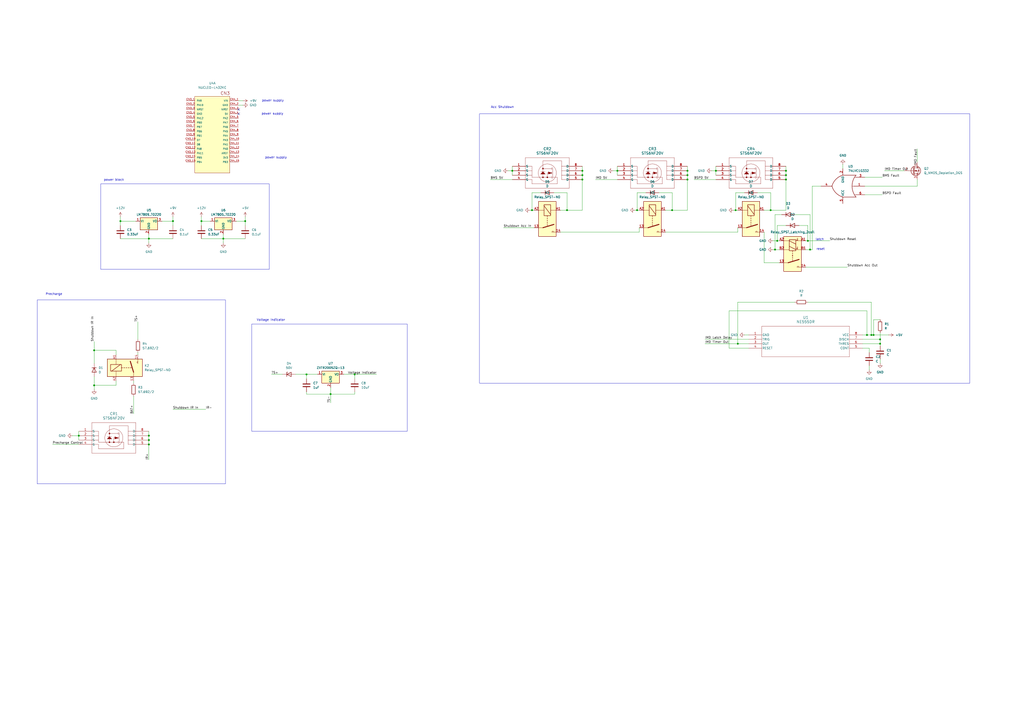
<source format=kicad_sch>
(kicad_sch (version 20231120) (generator "eeschema") (generator_version "8.0")
  (paper "A2")
  (lib_symbols
    (symbol "1FS_2_Global_Symbol_Library:STS6NF20V" (pin_names (offset 0.254))
      (property "Reference" "CR" (at 20.32 10.16 0))
      (property "Value" "STS6NF20V" (at 20.32 7.62 0))
      (symbol "STS6NF20V_0_1"
        (polyline (pts (xy 7.62 -12.7) (xy 33.02 -12.7)) (stroke (width 0.127)))
        (polyline (pts (xy 7.62 -5.08) (xy 11.43 -5.08)) (stroke (width 0.127)))
        (polyline (pts (xy 7.62 -2.54) (xy 11.43 -2.54)) (stroke (width 0.127)))
        (polyline (pts (xy 7.62 0) (xy 11.43 0)) (stroke (width 0.127)))
        (polyline (pts (xy 7.62 5.08) (xy 7.62 -12.7)) (stroke (width 0.127)))
        (polyline (pts (xy 11.43 -10.16) (xy 11.43 -7.62)) (stroke (width 0.127)))
        (polyline (pts (xy 11.43 -7.62) (xy 7.62 -7.62)) (stroke (width 0.127)))
        (polyline (pts (xy 11.43 -6.35) (xy 14.605 -6.35)) (stroke (width 0.127)))
        (polyline (pts (xy 11.43 0) (xy 11.43 -6.35)) (stroke (width 0.127)))
        (polyline (pts (xy 16.51 -4.445) (xy 17.78 -3.175)) (stroke (width 0.127)))
        (polyline (pts (xy 16.51 -4.445) (xy 19.05 -4.445)) (stroke (width 0.127)))
        (polyline (pts (xy 16.51 -3.175) (xy 19.05 -3.175)) (stroke (width 0.127)))
        (polyline (pts (xy 17.78 -6.35) (xy 17.78 3.175)) (stroke (width 0.127)))
        (polyline (pts (xy 17.78 3.175) (xy 28.575 3.175)) (stroke (width 0.127)))
        (polyline (pts (xy 19.05 -4.445) (xy 17.78 -3.175)) (stroke (width 0.127)))
        (polyline (pts (xy 20.32 -3.81) (xy 20.32 -6.35)) (stroke (width 0.127)))
        (polyline (pts (xy 20.32 -3.81) (xy 22.86 -3.81)) (stroke (width 0.127)))
        (polyline (pts (xy 20.955 -4.445) (xy 22.86 -3.81)) (stroke (width 0.127)))
        (polyline (pts (xy 20.955 -3.175) (xy 20.955 -4.445)) (stroke (width 0.127)))
        (polyline (pts (xy 22.86 -6.985) (xy 22.86 -5.715)) (stroke (width 0.127)))
        (polyline (pts (xy 22.86 -6.35) (xy 14.605 -6.35)) (stroke (width 0.127)))
        (polyline (pts (xy 22.86 -4.445) (xy 22.86 -3.175)) (stroke (width 0.127)))
        (polyline (pts (xy 22.86 -3.81) (xy 20.955 -3.175)) (stroke (width 0.127)))
        (polyline (pts (xy 22.86 -1.905) (xy 22.86 -0.635)) (stroke (width 0.127)))
        (polyline (pts (xy 22.86 -1.27) (xy 17.78 -1.27)) (stroke (width 0.127)))
        (polyline (pts (xy 23.495 -6.35) (xy 26.035 -6.35)) (stroke (width 0.127)))
        (polyline (pts (xy 23.495 -0.635) (xy 23.495 -6.985)) (stroke (width 0.127)))
        (polyline (pts (xy 26.035 -10.16) (xy 11.43 -10.16)) (stroke (width 0.127)))
        (polyline (pts (xy 26.035 -6.35) (xy 26.035 -10.16)) (stroke (width 0.127)))
        (polyline (pts (xy 28.575 -7.62) (xy 33.02 -7.62)) (stroke (width 0.127)))
        (polyline (pts (xy 28.575 3.175) (xy 28.575 -7.62)) (stroke (width 0.127)))
        (polyline (pts (xy 33.02 -12.7) (xy 33.02 5.08)) (stroke (width 0.127)))
        (polyline (pts (xy 33.02 -5.08) (xy 28.575 -5.08)) (stroke (width 0.127)))
        (polyline (pts (xy 33.02 -2.54) (xy 28.575 -2.54)) (stroke (width 0.127)))
        (polyline (pts (xy 33.02 0) (xy 28.575 0)) (stroke (width 0.127)))
        (polyline (pts (xy 33.02 5.08) (xy 7.62 5.08)) (stroke (width 0.127)))
        (polyline (pts (xy 16.51 -4.445) (xy 17.78 -3.175) (xy 19.05 -4.445)) (fill (type outline)))
        (polyline (pts (xy 20.955 -3.175) (xy 20.955 -4.445) (xy 22.86 -3.81)) (fill (type outline)))
        (circle (center 17.78 -6.35) (radius 0.254) (stroke (width 0.381)))
        (circle (center 17.78 -1.27) (radius 0.254) (stroke (width 0.381)))
        (circle (center 20.32 -6.35) (radius 0.254) (stroke (width 0.381)))
        (circle (center 20.32 -3.81) (radius 5.2324) (stroke (width 0.127)))
        (pin unspecified line (at 0 0 0) (length 7.62) (name "S") (number "1"))
        (pin unspecified line (at 0 -2.54 0) (length 7.62) (name "S") (number "2"))
        (pin unspecified line (at 0 -5.08 0) (length 7.62) (name "S") (number "3"))
        (pin unspecified line (at 0 -7.62 0) (length 7.62) (name "G") (number "4"))
        (pin unspecified line (at 40.64 -7.62 180) (length 7.62) (name "D") (number "5"))
        (pin unspecified line (at 40.64 -5.08 180) (length 7.62) (name "D") (number "6"))
        (pin unspecified line (at 40.64 -2.54 180) (length 7.62) (name "D") (number "7"))
        (pin unspecified line (at 40.64 0 180) (length 7.62) (name "D") (number "8"))
      )
    )
    (symbol "1_ACC_BOARD:NUCLEO-L432KC" (pin_names (offset 1.016))
      (property "Reference" "U" (at 10.16 21.082 0))
      (property "Value" "NUCLEO-L432KC" (at -7.62 -25.4 0))
      (symbol "NUCLEO-L432KC_1_0"
        (rectangle (start -10.16 17.78) (end 10.16 -26.67) (stroke (width 0.1524)) (fill (type background)))
        (text "CN3" (at 10.16 18.542 0) (effects (font (size 1.778 1.778)) (justify right bottom)))
        (pin bidirectional line (at -15.24 15.24 0) (length 5.08) (name "PA9") (number "CN3_1"))
        (pin bidirectional line (at -15.24 -12.7 0) (length 5.08) (name "PA8") (number "CN3_12"))
        (pin bidirectional line (at -15.24 -15.24 0) (length 5.08) (name "PA11") (number "CN3_13"))
        (pin bidirectional line (at -15.24 -17.78 0) (length 5.08) (name "PB5") (number "CN3_14"))
        (pin bidirectional line (at -15.24 -20.32 0) (length 5.08) (name "PB4") (number "CN3_15"))
        (pin bidirectional line (at -15.24 12.7 0) (length 5.08) (name "PA10") (number "CN3_2"))
        (pin bidirectional line (at -15.24 5.08 0) (length 5.08) (name "PA12") (number "CN3_5"))
        (pin bidirectional line (at -15.24 2.54 0) (length 5.08) (name "PB0") (number "CN3_6"))
        (pin bidirectional line (at -15.24 0 0) (length 5.08) (name "PB7") (number "CN3_7"))
        (pin bidirectional line (at -15.24 -2.54 0) (length 5.08) (name "PB6") (number "CN3_8"))
        (pin bidirectional line (at -15.24 -5.08 0) (length 5.08) (name "PB1") (number "CN3_9"))
      )
      (symbol "NUCLEO-L432KC_1_1"
        (pin bidirectional line (at -15.24 -7.62 0) (length 5.08) (name "D7") (number "CN3_10"))
        (pin bidirectional line (at -15.24 -10.16 0) (length 5.08) (name "D8") (number "CN3_11"))
        (pin bidirectional line (at -15.24 10.16 0) (length 5.08) (name "NRST") (number "CN3_3"))
        (pin power_in line (at -15.24 7.62 0) (length 5.08) (name "GND") (number "CN3_4"))
        (pin power_in line (at 15.24 15.24 180) (length 5.08) (name "VIN") (number "CN4_1"))
        (pin bidirectional line (at 15.24 -7.62 180) (length 5.08) (name "PA3") (number "CN4_10"))
        (pin bidirectional line (at 15.24 -10.16 180) (length 5.08) (name "PA1") (number "CN4_11"))
        (pin bidirectional line (at 15.24 -12.7 180) (length 5.08) (name "PA0") (number "CN4_12"))
        (pin bidirectional line (at 15.24 -15.24 180) (length 5.08) (name "AREF") (number "CN4_13"))
        (pin power_out line (at 15.24 -17.78 180) (length 5.08) (name "3V3") (number "CN4_14"))
        (pin bidirectional line (at 15.24 -20.32 180) (length 5.08) (name "PB3") (number "CN4_15"))
        (pin power_in line (at 15.24 12.7 180) (length 5.08) (name "GND") (number "CN4_2"))
        (pin bidirectional line (at 15.24 10.16 180) (length 5.08) (name "NRST") (number "CN4_3"))
        (pin power_out line (at 15.24 7.62 180) (length 5.08) (name "5V") (number "CN4_4"))
        (pin bidirectional line (at 15.24 5.08 180) (length 5.08) (name "PA2") (number "CN4_5"))
        (pin bidirectional line (at 15.24 2.54 180) (length 5.08) (name "PA7") (number "CN4_6"))
        (pin bidirectional line (at 15.24 0 180) (length 5.08) (name "PA6") (number "CN4_7"))
        (pin bidirectional line (at 15.24 -2.54 180) (length 5.08) (name "PA5") (number "CN4_8"))
        (pin bidirectional line (at 15.24 -5.08 180) (length 5.08) (name "PA4") (number "CN4_9"))
      )
      (symbol "NUCLEO-L432KC_2_0"
        (rectangle (start -10.16 -17.78) (end 10.16 17.78) (stroke (width 0.1524)) (fill (type background)))
        (text "CN4" (at -10.16 18.542 0) (effects (font (size 1.778 1.778)) (justify left bottom)))
        (pin input line (at -15.24 7.62 0) (length 5.08) (name "VIN") (number "CN4_1"))
        (pin bidirectional line (at -15.24 -10.16 0) (length 5.08) (name "PA3") (number "CN4_10"))
        (pin bidirectional line (at -15.24 -5.08 0) (length 5.08) (name "PA1") (number "CN4_11"))
        (pin bidirectional line (at -15.24 -2.54 0) (length 5.08) (name "PA0") (number "CN4_12"))
        (pin bidirectional line (at 15.24 7.62 180) (length 5.08) (name "AREF") (number "CN4_13"))
        (pin power_in line (at 15.24 12.7 180) (length 5.08) (name "+3V3") (number "CN4_14"))
        (pin bidirectional line (at 15.24 2.54 180) (length 5.08) (name "PB3") (number "CN4_15"))
        (pin power_in line (at 15.24 -15.24 180) (length 5.08) (name "GND_CN4") (number "CN4_2"))
        (pin bidirectional line (at -15.24 2.54 0) (length 5.08) (name "NRST_CN4") (number "CN4_3"))
        (pin power_in line (at 15.24 15.24 180) (length 5.08) (name "+5V") (number "CN4_4"))
        (pin bidirectional line (at -15.24 -7.62 0) (length 5.08) (name "PA2") (number "CN4_5"))
        (pin bidirectional line (at 15.24 -10.16 180) (length 5.08) (name "PA7") (number "CN4_6"))
        (pin bidirectional line (at 15.24 -7.62 180) (length 5.08) (name "PA6") (number "CN4_7"))
        (pin bidirectional line (at 15.24 -5.08 180) (length 5.08) (name "PA5") (number "CN4_8"))
        (pin bidirectional line (at 15.24 -2.54 180) (length 5.08) (name "PA4") (number "CN4_9"))
      )
      (symbol "NUCLEO-L432KC_2_1"
        (pin bidirectional line (at 17.78 6.35 180) (length 5.08) (name "PA2") (number "-UB"))
      )
    )
    (symbol "74xGxx:74LVC1G332"
      (property "Reference" "U" (at -7.112 7.366 0))
      (property "Value" "74LVC1G332" (at 6.096 -7.62 0))
      (symbol "74LVC1G332_0_1"
        (arc (start -7.62 -6.35) (mid -5.321 0) (end -7.62 6.35) (stroke (width 0.254)))
        (arc (start 0 -6.35) (mid 3.9978 -3.9978) (end 6.35 0) (stroke (width 0.254)))
        (polyline (pts (xy -7.62 -5.08) (xy -6.858 -5.08)))
        (polyline (pts (xy -7.62 5.08) (xy -6.858 5.08)))
        (polyline (pts (xy -6.35 0) (xy -5.334 0)))
        (polyline (pts (xy 0 -6.35) (xy -7.62 -6.35)) (stroke (width 0.254)) (fill (type background)))
        (polyline (pts (xy 0 6.35) (xy -7.62 6.35)) (stroke (width 0.254)) (fill (type background)))
        (arc (start 6.35 0) (mid 3.9978 3.9978) (end 0 6.35) (stroke (width 0.254)))
      )
      (symbol "74LVC1G332_1_1"
        (pin input line (at -12.7 0 0) (length 6.35) (name "~") (number "1"))
        (pin power_in line (at 0 -10.16 90) (length 3.81) (name "GND") (number "2"))
        (pin input line (at -12.7 -5.08 0) (length 5.08) (name "~") (number "3"))
        (pin output line (at 12.7 0 180) (length 6.35) (name "~") (number "4"))
        (pin power_in line (at 0 10.16 270) (length 3.81) (name "VCC") (number "5"))
        (pin input line (at -12.7 5.08 0) (length 5.08) (name "~") (number "6"))
      )
    )
    (symbol "Device:C" (pin_numbers hide) (pin_names (offset 0.254))
      (property "Reference" "C" (at 0.635 2.54 0))
      (property "Value" "C" (at 0.635 -2.54 0))
      (symbol "C_0_1"
        (polyline (pts (xy -2.032 -0.762) (xy 2.032 -0.762)) (stroke (width 0.508)))
        (polyline (pts (xy -2.032 0.762) (xy 2.032 0.762)) (stroke (width 0.508)))
      )
      (symbol "C_1_1"
        (pin passive line (at 0 3.81 270) (length 2.794) (name "~") (number "1"))
        (pin passive line (at 0 -3.81 90) (length 2.794) (name "~") (number "2"))
      )
    )
    (symbol "Device:D" (pin_numbers hide) (pin_names (offset 1.016) hide)
      (property "Reference" "D" (at 0 2.54 0))
      (property "Value" "D" (at 0 -2.54 0))
      (symbol "D_0_1"
        (polyline (pts (xy -1.27 1.27) (xy -1.27 -1.27)) (stroke (width 0.254)))
        (polyline (pts (xy 1.27 0) (xy -1.27 0)))
        (polyline (pts (xy 1.27 1.27) (xy 1.27 -1.27) (xy -1.27 0) (xy 1.27 1.27)) (stroke (width 0.254)))
      )
      (symbol "D_1_1"
        (pin passive line (at -3.81 0 0) (length 2.54) (name "K") (number "1"))
        (pin passive line (at 3.81 0 180) (length 2.54) (name "A") (number "2"))
      )
    )
    (symbol "Device:D_Zener" (pin_numbers hide) (pin_names (offset 1.016) hide)
      (property "Reference" "D" (at 0 2.54 0))
      (property "Value" "D_Zener" (at 0 -2.54 0))
      (symbol "D_Zener_0_1"
        (polyline (pts (xy 1.27 0) (xy -1.27 0)))
        (polyline (pts (xy -1.27 -1.27) (xy -1.27 1.27) (xy -0.762 1.27)) (stroke (width 0.254)))
        (polyline (pts (xy 1.27 -1.27) (xy 1.27 1.27) (xy -1.27 0) (xy 1.27 -1.27)) (stroke (width 0.254)))
      )
      (symbol "D_Zener_1_1"
        (pin passive line (at -3.81 0 0) (length 2.54) (name "K") (number "1"))
        (pin passive line (at 3.81 0 180) (length 2.54) (name "A") (number "2"))
      )
    )
    (symbol "Device:Q_NMOS_Depletion_DGS" (pin_names (offset 0) hide)
      (property "Reference" "Q" (at 5.08 1.905 0))
      (property "Value" "Q_NMOS_Depletion_DGS" (at 5.08 0 0))
      (symbol "Q_NMOS_Depletion_DGS_0_1"
        (polyline (pts (xy 0.254 0) (xy -2.54 0)))
        (polyline (pts (xy 0.254 1.905) (xy 0.254 -1.905)) (stroke (width 0.254)))
        (polyline (pts (xy 0.762 2.286) (xy 0.762 -2.286)) (stroke (width 0.254)))
        (polyline (pts (xy 2.54 2.54) (xy 2.54 1.778)))
        (polyline (pts (xy 2.54 -2.54) (xy 2.54 0) (xy 0.762 0)))
        (polyline (pts (xy 0.762 -1.778) (xy 3.302 -1.778) (xy 3.302 1.778) (xy 0.762 1.778)))
        (polyline (pts (xy 1.016 0) (xy 2.032 0.381) (xy 2.032 -0.381) (xy 1.016 0)) (fill (type outline)))
        (polyline (pts (xy 2.794 0.508) (xy 2.921 0.381) (xy 3.683 0.381) (xy 3.81 0.254)))
        (polyline (pts (xy 3.302 0.381) (xy 2.921 -0.254) (xy 3.683 -0.254) (xy 3.302 0.381)))
        (circle (center 1.651 0) (radius 2.794) (stroke (width 0.254)))
        (circle (center 2.54 -1.778) (radius 0.254) (fill (type outline)))
        (circle (center 2.54 1.778) (radius 0.254) (fill (type outline)))
      )
      (symbol "Q_NMOS_Depletion_DGS_1_1"
        (pin passive line (at 2.54 5.08 270) (length 2.54) (name "D") (number "1"))
        (pin input line (at -5.08 0 0) (length 2.54) (name "G") (number "2"))
        (pin passive line (at 2.54 -5.08 90) (length 2.54) (name "S") (number "3"))
      )
    )
    (symbol "Device:R" (pin_numbers hide) (pin_names (offset 0))
      (property "Reference" "R" (at 2.032 0 90))
      (property "Value" "R" (at 0 0 90))
      (symbol "R_0_1"
        (rectangle (start -1.016 -2.54) (end 1.016 2.54) (stroke (width 0.254)))
      )
      (symbol "R_1_1"
        (pin passive line (at 0 3.81 270) (length 1.27) (name "~") (number "1"))
        (pin passive line (at 0 -3.81 90) (length 1.27) (name "~") (number "2"))
      )
    )
    (symbol "New_Library:NE555DR" (pin_names (offset 0.254))
      (property "Reference" "U" (at 33.02 10.16 0))
      (property "Value" "NE555DR" (at 33.02 7.62 0))
      (symbol "NE555DR_0_1"
        (polyline (pts (xy 7.62 -12.7) (xy 58.42 -12.7)) (stroke (width 0.127)))
        (polyline (pts (xy 7.62 5.08) (xy 7.62 -12.7)) (stroke (width 0.127)))
        (polyline (pts (xy 58.42 -12.7) (xy 58.42 5.08)) (stroke (width 0.127)))
        (polyline (pts (xy 58.42 5.08) (xy 7.62 5.08)) (stroke (width 0.127)))
        (pin power_in line (at 0 0 0) (length 7.62) (name "GND") (number "1"))
        (pin input line (at 0 -2.54 0) (length 7.62) (name "TRIG") (number "2"))
        (pin output line (at 0 -5.08 0) (length 7.62) (name "OUT") (number "3"))
        (pin input line (at 0 -7.62 0) (length 7.62) (name "RESET") (number "4"))
        (pin unspecified line (at 66.04 -7.62 180) (length 7.62) (name "CONT") (number "5"))
        (pin input line (at 66.04 -5.08 180) (length 7.62) (name "THRES") (number "6"))
        (pin unspecified line (at 66.04 -2.54 180) (length 7.62) (name "DISCH") (number "7"))
        (pin power_in line (at 66.04 0 180) (length 7.62) (name "VCC") (number "8"))
      )
    )
    (symbol "Regulator_Linear:LM7809_TO220" (pin_names (offset 0.254))
      (property "Reference" "U" (at -3.81 3.175 0))
      (property "Value" "LM7809_TO220" (at 0 3.175 0))
      (symbol "LM7809_TO220_0_1"
        (rectangle (start -5.08 1.905) (end 5.08 -5.08) (stroke (width 0.254)) (fill (type background)))
      )
      (symbol "LM7809_TO220_1_1"
        (pin power_in line (at -7.62 0 0) (length 2.54) (name "VI") (number "1"))
        (pin power_in line (at 0 -7.62 90) (length 2.54) (name "GND") (number "2"))
        (pin power_out line (at 7.62 0 180) (length 2.54) (name "VO") (number "3"))
      )
    )
    (symbol "Relay:Relay_SPST-NO"
      (property "Reference" "K" (at 11.43 3.81 0))
      (property "Value" "Relay_SPST-NO" (at 11.43 1.27 0))
      (symbol "Relay_SPST-NO_0_0"
        (polyline (pts (xy 7.62 5.08) (xy 7.62 2.54) (xy 6.985 3.175) (xy 7.62 3.81)))
      )
      (symbol "Relay_SPST-NO_0_1"
        (rectangle (start -10.16 5.08) (end 10.16 -5.08) (stroke (width 0.254)) (fill (type background)))
        (rectangle (start -8.255 1.905) (end -1.905 -1.905) (stroke (width 0.254)))
        (polyline (pts (xy -7.62 -1.905) (xy -2.54 1.905)) (stroke (width 0.254)))
        (polyline (pts (xy -5.08 -5.08) (xy -5.08 -1.905)))
        (polyline (pts (xy -5.08 5.08) (xy -5.08 1.905)))
        (polyline (pts (xy -1.905 0) (xy -1.27 0)) (stroke (width 0.254)))
        (polyline (pts (xy -0.635 0) (xy 0 0)) (stroke (width 0.254)))
        (polyline (pts (xy 0.635 0) (xy 1.27 0)) (stroke (width 0.254)))
        (polyline (pts (xy 1.905 0) (xy 2.54 0)) (stroke (width 0.254)))
        (polyline (pts (xy 3.175 0) (xy 3.81 0)) (stroke (width 0.254)))
        (polyline (pts (xy 5.08 -2.54) (xy 3.175 3.81)) (stroke (width 0.508)))
        (polyline (pts (xy 5.08 -2.54) (xy 5.08 -5.08)))
      )
      (symbol "Relay_SPST-NO_1_1"
        (pin passive line (at 5.08 -7.62 90) (length 2.54) (name "~") (number "13"))
        (pin passive line (at 7.62 7.62 270) (length 2.54) (name "~") (number "14"))
        (pin passive line (at -5.08 7.62 270) (length 2.54) (name "~") (number "A1"))
        (pin passive line (at -5.08 -7.62 90) (length 2.54) (name "~") (number "A2"))
      )
    )
    (symbol "Relay:Relay_SPST_Latching_2coil"
      (property "Reference" "K" (at 12.065 3.81 0))
      (property "Value" "Relay_SPST_Latching_2coil" (at 11.43 1.27 0))
      (symbol "Relay_SPST_Latching_2coil_0_1"
        (polyline (pts (xy -7.62 -5.08) (xy -7.62 -1.905)))
        (polyline (pts (xy -7.62 5.08) (xy -7.62 1.905)))
        (polyline (pts (xy -2.54 -5.08) (xy -2.54 -1.905)))
        (polyline (pts (xy -2.54 5.08) (xy -2.54 1.905)))
      )
      (symbol "Relay_SPST_Latching_2coil_1_0"
        (text "R+" (at -3.556 2.794 0) (effects (font (size 0.762 0.762))))
        (text "S+" (at -8.636 2.794 0) (effects (font (size 0.762 0.762))))
      )
      (symbol "Relay_SPST_Latching_2coil_1_1"
        (rectangle (start -10.16 5.08) (end 10.16 -5.08) (stroke (width 0.254)) (fill (type background)))
        (rectangle (start -8.255 1.905) (end -1.905 -1.905) (stroke (width 0.254)))
        (polyline (pts (xy -7.62 -1.905) (xy -5.715 1.905)) (stroke (width 0.254)))
        (polyline (pts (xy -4.445 -1.905) (xy -2.54 1.905)) (stroke (width 0.254)))
        (polyline (pts (xy -1.905 0) (xy -1.27 0)) (stroke (width 0.254)))
        (polyline (pts (xy -0.635 0) (xy 0 0)) (stroke (width 0.254)))
        (polyline (pts (xy 0.635 0) (xy 1.27 0)) (stroke (width 0.254)))
        (polyline (pts (xy 0.635 0) (xy 1.27 0)) (stroke (width 0.254)))
        (polyline (pts (xy 1.905 0) (xy 2.54 0)) (stroke (width 0.254)))
        (polyline (pts (xy 3.175 0) (xy 3.81 0)) (stroke (width 0.254)))
        (polyline (pts (xy 5.08 -2.54) (xy 3.175 3.81)) (stroke (width 0.508)))
        (polyline (pts (xy 5.08 -2.54) (xy 5.08 -5.08)))
        (polyline (pts (xy 7.62 3.81) (xy 7.62 5.08)))
        (polyline (pts (xy 7.62 3.81) (xy 7.62 2.54) (xy 6.985 3.175) (xy 7.62 3.81)))
        (pin passive line (at 5.08 -7.62 90) (length 2.54) (name "~") (number "13"))
        (pin passive line (at 7.62 7.62 270) (length 2.54) (name "~") (number "14"))
        (pin passive line (at -7.62 7.62 270) (length 2.54) (name "~") (number "A1"))
        (pin passive line (at -7.62 -7.62 90) (length 2.54) (name "~") (number "A2"))
        (pin passive line (at -2.54 7.62 270) (length 2.54) (name "~") (number "B1"))
        (pin passive line (at -2.54 -7.62 90) (length 2.54) (name "~") (number "B2"))
      )
    )
    (symbol "Relay_SPST-NO_1"
      (property "Reference" "K" (at 11.43 3.81 0))
      (property "Value" "Relay_SPST-NO" (at 11.43 1.27 0))
      (symbol "Relay_SPST-NO_1_0_0"
        (polyline (pts (xy 7.62 5.08) (xy 7.62 2.54) (xy 6.985 3.175) (xy 7.62 3.81)))
      )
      (symbol "Relay_SPST-NO_1_0_1"
        (rectangle (start -10.16 5.08) (end 10.16 -5.08) (stroke (width 0.254)) (fill (type background)))
        (rectangle (start -8.255 1.905) (end -1.905 -1.905) (stroke (width 0.254)))
        (polyline (pts (xy -7.62 -1.905) (xy -2.54 1.905)) (stroke (width 0.254)))
        (polyline (pts (xy -5.08 -5.08) (xy -5.08 -1.905)))
        (polyline (pts (xy -5.08 5.08) (xy -5.08 1.905)))
        (polyline (pts (xy -1.905 0) (xy -1.27 0)) (stroke (width 0.254)))
        (polyline (pts (xy -0.635 0) (xy 0 0)) (stroke (width 0.254)))
        (polyline (pts (xy 0.635 0) (xy 1.27 0)) (stroke (width 0.254)))
        (polyline (pts (xy 1.905 0) (xy 2.54 0)) (stroke (width 0.254)))
        (polyline (pts (xy 3.175 0) (xy 3.81 0)) (stroke (width 0.254)))
        (polyline (pts (xy 5.08 -2.54) (xy 3.175 3.81)) (stroke (width 0.508)))
        (polyline (pts (xy 5.08 -2.54) (xy 5.08 -5.08)))
      )
      (symbol "Relay_SPST-NO_1_1_1"
        (pin passive line (at 5.08 -7.62 90) (length 2.54) (name "~") (number "13"))
        (pin passive line (at 7.62 7.62 270) (length 2.54) (name "~") (number "14"))
        (pin passive line (at -5.08 7.62 270) (length 2.54) (name "~") (number "A1"))
        (pin passive line (at -5.08 -7.62 90) (length 2.54) (name "~") (number "A2"))
      )
    )
    (symbol "power:+12V" (power) (pin_numbers hide) (pin_names (offset 0) hide)
      (property "Value" "+12V" (at 0 3.556 0))
      (symbol "+12V_0_1"
        (polyline (pts (xy -0.762 1.27) (xy 0 2.54)))
        (polyline (pts (xy 0 0) (xy 0 2.54)))
        (polyline (pts (xy 0 2.54) (xy 0.762 1.27)))
      )
      (symbol "+12V_1_1"
        (pin power_in line (at 0 0 90) (length 0) (name "~") (number "1"))
      )
    )
    (symbol "power:+5V" (power) (pin_numbers hide) (pin_names (offset 0) hide)
      (property "Value" "+5V" (at 0 3.556 0))
      (symbol "+5V_0_1"
        (polyline (pts (xy -0.762 1.27) (xy 0 2.54)))
        (polyline (pts (xy 0 0) (xy 0 2.54)))
        (polyline (pts (xy 0 2.54) (xy 0.762 1.27)))
      )
      (symbol "+5V_1_1"
        (pin power_in line (at 0 0 90) (length 0) (name "~") (number "1"))
      )
    )
    (symbol "power:+9V" (power) (pin_numbers hide) (pin_names (offset 0) hide)
      (property "Value" "+9V" (at 0 3.556 0))
      (symbol "+9V_0_1"
        (polyline (pts (xy -0.762 1.27) (xy 0 2.54)))
        (polyline (pts (xy 0 0) (xy 0 2.54)))
        (polyline (pts (xy 0 2.54) (xy 0.762 1.27)))
      )
      (symbol "+9V_1_1"
        (pin power_in line (at 0 0 90) (length 0) (name "~") (number "1"))
      )
    )
    (symbol "power:GND" (power) (pin_numbers hide) (pin_names (offset 0) hide)
      (property "Value" "GND" (at 0 -3.81 0))
      (symbol "GND_0_1"
        (polyline (pts (xy 0 0) (xy 0 -1.27) (xy 1.27 -1.27) (xy 0 -2.54) (xy -1.27 -1.27) (xy 0 -1.27)))
      )
      (symbol "GND_1_1"
        (pin power_in line (at 0 0 270) (length 0) (name "~") (number "1"))
      )
    )
  )
  (junction (at 205.74 217.17))
  (junction (at 447.04 121.92))
  (junction (at 369.57 121.92))
  (junction (at 86.36 252.73))
  (junction (at 337.82 104.14))
  (junction (at 129.54 138.43))
  (junction (at 455.93 101.6))
  (junction (at 116.84 128.27))
  (junction (at 455.93 99.06))
  (junction (at 45.72 252.73))
  (junction (at 510.54 196.85))
  (junction (at 415.29 99.06))
  (junction (at 398.78 101.6))
  (junction (at 389.89 121.92))
  (junction (at 69.85 128.27))
  (junction (at 86.36 255.27))
  (junction (at 455.93 104.14))
  (junction (at 469.9 144.78))
  (junction (at 510.54 199.39))
  (junction (at 191.77 228.6))
  (junction (at 398.78 104.14))
  (junction (at 308.61 121.92))
  (junction (at 297.18 99.06))
  (junction (at 54.61 223.52))
  (junction (at 426.72 121.92))
  (junction (at 54.61 203.2))
  (junction (at 468.63 139.7))
  (junction (at 86.36 138.43))
  (junction (at 450.85 139.7))
  (junction (at 358.14 99.06))
  (junction (at 100.33 128.27))
  (junction (at 449.58 144.78))
  (junction (at 328.93 121.92))
  (junction (at 506.73 194.31))
  (junction (at 337.82 99.06))
  (junction (at 337.82 101.6))
  (junction (at 427.99 199.39))
  (junction (at 502.92 194.31))
  (junction (at 86.36 257.81))
  (junction (at 398.78 99.06))
  (junction (at 142.24 128.27))
  (junction (at 505.46 194.31))
  (junction (at 177.8 217.17))
  (no_connect (at 138.43 63.5))
  (no_connect (at 138.43 66.04))
  (wire (pts (xy 157.48 217.17) (xy 163.83 217.17)))
  (wire (pts (xy 455.93 101.6) (xy 455.93 104.14)))
  (wire (pts (xy 501.65 102.87) (xy 511.81 102.87)))
  (wire (pts (xy 205.74 217.17) (xy 218.44 217.17)))
  (wire (pts (xy 471.17 107.95) (xy 476.25 107.95)))
  (wire (pts (xy 455.93 130.81) (xy 450.85 130.81)))
  (wire (pts (xy 398.78 99.06) (xy 398.78 101.6)))
  (wire (pts (xy 427.99 175.26) (xy 427.99 199.39)))
  (wire (pts (xy 447.04 121.92) (xy 443.23 121.92)))
  (wire (pts (xy 308.61 111.76) (xy 308.61 121.92)))
  (wire (pts (xy 398.78 121.92) (xy 389.89 121.92)))
  (wire (pts (xy 297.18 96.52) (xy 297.18 99.06)))
  (wire (pts (xy 86.36 138.43) (xy 86.36 140.97)))
  (wire (pts (xy 30.48 257.81) (xy 45.72 257.81)))
  (wire (pts (xy 439.42 111.76) (xy 447.04 111.76)))
  (wire (pts (xy 297.18 99.06) (xy 297.18 101.6)))
  (wire (pts (xy 54.61 223.52) (xy 54.61 226.06)))
  (wire (pts (xy 386.08 134.62) (xy 427.99 134.62)))
  (wire (pts (xy 370.84 134.62) (xy 370.84 132.08)))
  (wire (pts (xy 461.01 175.26) (xy 427.99 175.26)))
  (wire (pts (xy 408.94 196.85) (xy 434.34 196.85)))
  (wire (pts (xy 532.13 107.95) (xy 501.65 107.95)))
  (wire (pts (xy 67.31 203.2) (xy 54.61 203.2)))
  (wire (pts (xy 471.17 107.95) (xy 471.17 144.78)))
  (wire (pts (xy 69.85 125.73) (xy 69.85 128.27)))
  (wire (pts (xy 54.61 223.52) (xy 67.31 223.52)))
  (wire (pts (xy 284.48 104.14) (xy 297.18 104.14)))
  (wire (pts (xy 500.38 201.93) (xy 504.19 201.93)))
  (wire (pts (xy 325.12 134.62) (xy 370.84 134.62)))
  (wire (pts (xy 328.93 121.92) (xy 325.12 121.92)))
  (wire (pts (xy 510.54 193.04) (xy 510.54 196.85)))
  (wire (pts (xy 468.63 130.81) (xy 468.63 139.7)))
  (wire (pts (xy 78.74 128.27) (xy 69.85 128.27)))
  (wire (pts (xy 455.93 99.06) (xy 455.93 101.6)))
  (wire (pts (xy 447.04 111.76) (xy 447.04 121.92)))
  (wire (pts (xy 453.39 124.46) (xy 449.58 124.46)))
  (wire (pts (xy 129.54 138.43) (xy 129.54 140.97)))
  (wire (pts (xy 427.99 134.62) (xy 427.99 132.08)))
  (wire (pts (xy 86.36 252.73) (xy 86.36 255.27)))
  (wire (pts (xy 41.91 252.73) (xy 45.72 252.73)))
  (wire (pts (xy 431.8 194.31) (xy 434.34 194.31)))
  (wire (pts (xy 532.13 86.36) (xy 532.13 93.98)))
  (wire (pts (xy 506.73 194.31) (xy 515.62 194.31)))
  (wire (pts (xy 80.01 186.69) (xy 80.01 196.85)))
  (wire (pts (xy 86.36 135.89) (xy 86.36 138.43)))
  (wire (pts (xy 402.59 104.14) (xy 415.29 104.14)))
  (wire (pts (xy 142.24 128.27) (xy 142.24 130.81)))
  (wire (pts (xy 500.38 199.39) (xy 510.54 199.39)))
  (wire (pts (xy 398.78 96.52) (xy 398.78 99.06)))
  (wire (pts (xy 358.14 96.52) (xy 358.14 99.06)))
  (wire (pts (xy 77.47 220.98) (xy 77.47 222.25)))
  (wire (pts (xy 67.31 205.74) (xy 67.31 203.2)))
  (wire (pts (xy 337.82 96.52) (xy 337.82 99.06)))
  (wire (pts (xy 69.85 128.27) (xy 69.85 130.81)))
  (wire (pts (xy 177.8 227.33) (xy 177.8 228.6)))
  (wire (pts (xy 355.6 99.06) (xy 358.14 99.06)))
  (wire (pts (xy 292.1 132.08) (xy 309.88 132.08)))
  (wire (pts (xy 505.46 175.26) (xy 468.63 175.26)))
  (wire (pts (xy 463.55 130.81) (xy 468.63 130.81)))
  (wire (pts (xy 45.72 252.73) (xy 45.72 255.27)))
  (wire (pts (xy 191.77 228.6) (xy 191.77 233.68)))
  (wire (pts (xy 448.31 144.78) (xy 449.58 144.78)))
  (wire (pts (xy 129.54 138.43) (xy 142.24 138.43)))
  (wire (pts (xy 467.36 154.94) (xy 491.49 154.94)))
  (wire (pts (xy 374.65 111.76) (xy 369.57 111.76)))
  (wire (pts (xy 86.36 257.81) (xy 86.36 266.7)))
  (wire (pts (xy 422.91 180.34) (xy 502.92 180.34)))
  (wire (pts (xy 116.84 138.43) (xy 129.54 138.43)))
  (wire (pts (xy 100.33 128.27) (xy 100.33 130.81)))
  (wire (pts (xy 205.74 217.17) (xy 205.74 219.71)))
  (wire (pts (xy 448.31 139.7) (xy 450.85 139.7)))
  (wire (pts (xy 469.9 144.78) (xy 467.36 144.78)))
  (wire (pts (xy 199.39 217.17) (xy 205.74 217.17)))
  (wire (pts (xy 67.31 223.52) (xy 67.31 220.98)))
  (wire (pts (xy 532.13 104.14) (xy 532.13 107.95)))
  (wire (pts (xy 358.14 99.06) (xy 358.14 101.6)))
  (wire (pts (xy 86.36 255.27) (xy 86.36 257.81)))
  (wire (pts (xy 321.31 111.76) (xy 328.93 111.76)))
  (wire (pts (xy 308.61 121.92) (xy 309.88 121.92)))
  (wire (pts (xy 294.64 99.06) (xy 297.18 99.06)))
  (wire (pts (xy 54.61 218.44) (xy 54.61 223.52)))
  (wire (pts (xy 501.65 113.03) (xy 511.81 113.03)))
  (wire (pts (xy 86.36 138.43) (xy 100.33 138.43)))
  (wire (pts (xy 471.17 144.78) (xy 469.9 144.78)))
  (wire (pts (xy 431.8 111.76) (xy 426.72 111.76)))
  (wire (pts (xy 389.89 111.76) (xy 389.89 121.92)))
  (wire (pts (xy 502.92 180.34) (xy 502.92 194.31)))
  (wire (pts (xy 177.8 217.17) (xy 177.8 219.71)))
  (wire (pts (xy 469.9 124.46) (xy 469.9 144.78)))
  (wire (pts (xy 138.43 58.42) (xy 140.97 58.42)))
  (wire (pts (xy 415.29 99.06) (xy 415.29 101.6)))
  (wire (pts (xy 389.89 121.92) (xy 386.08 121.92)))
  (wire (pts (xy 313.69 111.76) (xy 308.61 111.76)))
  (wire (pts (xy 467.36 139.7) (xy 468.63 139.7)))
  (wire (pts (xy 337.82 104.14) (xy 337.82 121.92)))
  (wire (pts (xy 137.16 128.27) (xy 142.24 128.27)))
  (wire (pts (xy 191.77 224.79) (xy 191.77 228.6)))
  (wire (pts (xy 455.93 121.92) (xy 447.04 121.92)))
  (wire (pts (xy 412.75 99.06) (xy 415.29 99.06)))
  (wire (pts (xy 337.82 101.6) (xy 337.82 104.14)))
  (wire (pts (xy 488.95 95.25) (xy 488.95 97.79)))
  (wire (pts (xy 86.36 250.19) (xy 86.36 252.73)))
  (wire (pts (xy 328.93 111.76) (xy 328.93 121.92)))
  (wire (pts (xy 443.23 134.62) (xy 443.23 152.4)))
  (wire (pts (xy 116.84 128.27) (xy 116.84 130.81)))
  (wire (pts (xy 171.45 217.17) (xy 177.8 217.17)))
  (wire (pts (xy 345.44 104.14) (xy 358.14 104.14)))
  (wire (pts (xy 398.78 104.14) (xy 398.78 121.92)))
  (wire (pts (xy 449.58 144.78) (xy 452.12 144.78)))
  (wire (pts (xy 54.61 203.2) (xy 54.61 210.82)))
  (wire (pts (xy 500.38 196.85) (xy 510.54 196.85)))
  (wire (pts (xy 434.34 201.93) (xy 422.91 201.93)))
  (wire (pts (xy 121.92 128.27) (xy 116.84 128.27)))
  (wire (pts (xy 307.34 121.92) (xy 308.61 121.92)))
  (wire (pts (xy 425.45 121.92) (xy 426.72 121.92)))
  (wire (pts (xy 408.94 199.39) (xy 427.99 199.39)))
  (wire (pts (xy 205.74 228.6) (xy 191.77 228.6)))
  (wire (pts (xy 138.43 60.96) (xy 140.97 60.96)))
  (wire (pts (xy 100.33 237.49) (xy 119.38 237.49)))
  (wire (pts (xy 500.38 194.31) (xy 502.92 194.31)))
  (wire (pts (xy 205.74 227.33) (xy 205.74 228.6)))
  (wire (pts (xy 426.72 121.92) (xy 427.99 121.92)))
  (wire (pts (xy 455.93 96.52) (xy 455.93 99.06)))
  (wire (pts (xy 382.27 111.76) (xy 389.89 111.76)))
  (wire (pts (xy 177.8 228.6) (xy 191.77 228.6)))
  (wire (pts (xy 77.47 229.87) (xy 77.47 240.03)))
  (wire (pts (xy 369.57 111.76) (xy 369.57 121.92)))
  (wire (pts (xy 502.92 194.31) (xy 505.46 194.31)))
  (wire (pts (xy 54.61 198.12) (xy 54.61 203.2)))
  (wire (pts (xy 450.85 139.7) (xy 452.12 139.7)))
  (wire (pts (xy 142.24 125.73) (xy 142.24 128.27)))
  (wire (pts (xy 450.85 130.81) (xy 450.85 139.7)))
  (wire (pts (xy 129.54 135.89) (xy 129.54 138.43)))
  (wire (pts (xy 422.91 201.93) (xy 422.91 180.34)))
  (wire (pts (xy 455.93 104.14) (xy 455.93 121.92)))
  (wire (pts (xy 461.01 124.46) (xy 469.9 124.46)))
  (wire (pts (xy 45.72 250.19) (xy 45.72 252.73)))
  (wire (pts (xy 80.01 204.47) (xy 80.01 205.74)))
  (wire (pts (xy 100.33 125.73) (xy 100.33 128.27)))
  (wire (pts (xy 468.63 139.7) (xy 481.33 139.7)))
  (wire (pts (xy 69.85 138.43) (xy 86.36 138.43)))
  (wire (pts (xy 337.82 121.92) (xy 328.93 121.92)))
  (wire (pts (xy 116.84 125.73) (xy 116.84 128.27)))
  (wire (pts (xy 426.72 111.76) (xy 426.72 121.92)))
  (wire (pts (xy 415.29 96.52) (xy 415.29 99.06)))
  (wire (pts (xy 510.54 196.85) (xy 510.54 199.39)))
  (wire (pts (xy 505.46 194.31) (xy 505.46 175.26)))
  (wire (pts (xy 443.23 152.4) (xy 452.12 152.4)))
  (wire (pts (xy 177.8 217.17) (xy 184.15 217.17)))
  (wire (pts (xy 510.54 199.39) (xy 510.54 200.66)))
  (wire (pts (xy 513.08 99.06) (xy 524.51 99.06)))
  (wire (pts (xy 368.3 121.92) (xy 369.57 121.92)))
  (wire (pts (xy 504.19 201.93) (xy 504.19 204.47)))
  (wire (pts (xy 337.82 99.06) (xy 337.82 101.6)))
  (wire (pts (xy 427.99 199.39) (xy 434.34 199.39)))
  (wire (pts (xy 510.54 208.28) (xy 510.54 210.82)))
  (wire (pts (xy 449.58 124.46) (xy 449.58 144.78)))
  (wire (pts (xy 398.78 101.6) (xy 398.78 104.14)))
  (wire (pts (xy 506.73 185.42) (xy 510.54 185.42)))
  (wire (pts (xy 505.46 194.31) (xy 506.73 194.31)))
  (wire (pts (xy 369.57 121.92) (xy 370.84 121.92)))
  (wire (pts (xy 506.73 194.31) (xy 506.73 185.42)))
  (wire (pts (xy 504.19 212.09) (xy 504.19 214.63)))
  (wire (pts (xy 93.98 128.27) (xy 100.33 128.27)))
  (rectangle (start 146.05 187.96) (end 236.22 250.19))
  (rectangle (start 278.13 66.04) (end 562.61 222.25))
  (rectangle (start 21.59 173.99) (end 130.81 280.67))
  (rectangle (start 58.42 106.68) (end 156.21 156.21))
  (text "latch" (at 475.488 138.938 0) (effects (font (size 1.27 1.27))))
  (text "power supply" (at 151.892 58.42 0) (effects (font (size 1.27 1.27)) (justify left)))
  (text "power supply" (at 151.638 66.04 0) (effects (font (size 1.27 1.27)) (justify left)))
  (text "power supply" (at 153.67 91.44 0) (effects (font (size 1.27 1.27)) (justify left)))
  (text "power block" (at 60.198 104.394 0) (effects (font (size 1.27 1.27)) (justify left)))
  (text "reset" (at 475.996 144.526 0) (effects (font (size 1.27 1.27))))
  (text "Precharge" (at 26.416 170.688 0) (effects (font (size 1.27 1.27)) (justify left)))
  (text "Acc Shutdown" (at 284.734 62.23 0) (effects (font (size 1.27 1.27)) (justify left)))
  (text "Voltage Indicator" (at 148.844 185.674 0) (effects (font (size 1.27 1.27)) (justify left)))
  (label "TS-" (at 191.77 233.68 90))
  (label "IMD Timer Out" (at 513.08 99.06 0))
  (label "IMD 5V" (at 345.44 104.14 0))
  (label "Shutdown IR In" (at 54.61 198.12 90))
  (label "IMD Latch Delay" (at 408.94 196.85 0))
  (label "Shutdown Acc Out" (at 491.49 154.94 0))
  (label "BSPD 5V" (at 402.59 104.14 0))
  (label "IR-" (at 119.38 237.49 0))
  (label "Precharge Control" (at 30.48 257.81 0))
  (label "IMD Fault" (at 532.13 86.36 270))
  (label "Shutdown Reset" (at 481.33 139.7 0))
  (label "BMS Fault" (at 511.81 102.87 0))
  (label "TS+" (at 80.01 186.69 90))
  (label "BAT+" (at 77.47 240.03 90))
  (label "TS+" (at 157.48 217.17 0))
  (label "BMS 5V" (at 284.48 104.14 0))
  (label "Voltage Indicator" (at 218.44 217.17 180))
  (label "BSPD Fault" (at 511.81 113.03 0))
  (label "IMD Timer Out" (at 408.94 199.39 0))
  (label "IR+" (at 86.36 266.7 90))
  (label "Shutdown Acc In" (at 292.1 132.08 0))
  (label "Shutdown IR In" (at 100.33 237.49 0))
  (symbol (lib_id "Device:R") (at 77.47 226.06 0) (unit 1)
    (property "Reference" "R3" (at 80.01 224.7899 0) (effects (justify left)))
    (property "Value" "57.692/2" (at 80.01 227.3299 0) (effects (justify left)))
    (property "Footprint" "Library:HSA1030RJ" (effects (hide yes)))
  )
  (symbol (lib_name "Relay_SPST-NO_1") (lib_id "Relay:Relay_SPST-NO") (at 378.46 127 270) (unit 1)
    (property "Reference" "K5" (at 378.46 111.76 90))
    (property "Value" "Relay_SPST-NO" (at 378.46 114.3 90))
    (property "Description" "Relay SPST, normally open, EN50005" (effects (hide yes)))
  )
  (symbol (lib_id "Device:D") (at 435.61 111.76 0) (unit 1)
    (property "Reference" "D7" (at 435.61 105.41 0))
    (property "Value" "D" (at 435.61 107.95 0))
    (property "Description" "Diode" (effects (hide yes)))
    (property "Sim.Device" "D" (effects (hide yes)))
    (property "Sim.Pins" "1=K 2=A" (effects (hide yes)))
  )
  (symbol (lib_id "Device:C") (at 177.8 223.52 0) (unit 1)
    (property "Reference" "C7" (at 181.61 222.2499 0) (effects (justify left)))
    (property "Value" "1uF" (at 181.61 224.7899 0) (effects (justify left)))
    (property "Description" "Unpolarized capacitor" (effects (hide yes)))
  )
  (symbol (lib_id "power:GND") (at 448.31 144.78 270) (unit 1)
    (property "Reference" "#PWR09" (effects (hide yes)))
    (property "Value" "GND" (at 444.5 144.7799 90) (effects (justify right)))
    (property "Description" "Power symbol creates a global label with name \"GND\" , ground" (effects (hide yes)))
  )
  (symbol (lib_id "power:+12V") (at 69.85 125.73 0) (unit 1)
    (property "Reference" "#PWR020" (effects (hide yes)))
    (property "Value" "+12V" (at 69.85 120.65 0))
    (property "Description" "Power symbol creates a global label with name \"+12V\"" (effects (hide yes)))
  )
  (symbol (lib_id "Regulator_Linear:LM7809_TO220") (at 86.36 128.27 0) (unit 1)
    (property "Reference" "U5" (at 86.36 121.92 0))
    (property "Value" "LM7809_TO220" (at 86.36 124.46 0))
    (property "Footprint" "Package_TO_SOT_THT:TO-220-3_Vertical" (effects (hide yes)))
    (property "Datasheet" "https://www.onsemi.cn/PowerSolutions/document/MC7800-D.PDF" (effects (hide yes)))
  )
  (symbol (lib_id "Device:R") (at 80.01 200.66 0) (unit 1)
    (property "Reference" "R4" (at 82.55 199.3899 0) (effects (justify left)))
    (property "Value" "57.692/2" (at 82.55 201.9299 0) (effects (justify left)))
    (property "Footprint" "Library:HSA1030RJ" (effects (hide yes)))
  )
  (symbol (lib_id "Device:C") (at 69.85 134.62 0) (unit 1)
    (property "Reference" "C3" (at 73.66 133.3499 0) (effects (justify left)))
    (property "Value" "0.33uF" (at 73.66 135.8899 0) (effects (justify left)))
    (property "Description" "Unpolarized capacitor" (effects (hide yes)))
  )
  (symbol (lib_id "74xGxx:74LVC1G332") (at 488.95 107.95 180) (unit 1)
    (property "Reference" "U3" (at 491.9665 96.52 0) (effects (justify right)))
    (property "Value" "74LVC1G332" (at 491.9665 99.06 0) (effects (justify right)))
    (property "Datasheet" "http://www.ti.com/lit/sg/scyt129e/scyt129e.pdf" (effects (hide yes)))
    (property "Description" "Single OR 3-Input Gate, Low-Voltage CMOS" (effects (hide yes)))
  )
  (symbol (lib_id "1FS_2_Global_Symbol_Library:STS6NF20V") (at 45.72 250.19 0) (unit 1)
    (property "Reference" "CR1" (at 66.04 240.03 0) (effects (font (size 1.524 1.524))))
    (property "Value" "STS6NF20V" (at 66.04 242.57 0) (effects (font (size 1.524 1.524))))
    (property "Footprint" "Library:SO-8_STM" (effects (hide yes)))
    (property "Datasheet" "STS6NF20V" (effects (hide yes)))
  )
  (symbol (lib_id "power:GND") (at 488.95 95.25 180) (unit 1)
    (property "Reference" "#PWR08" (effects (hide yes)))
    (property "Value" "GND" (at 488.95 90.17 0))
    (property "Description" "Power symbol creates a global label with name \"GND\" , ground" (effects (hide yes)))
  )
  (symbol (lib_id "1FS_2_Global_Symbol_Library:STS6NF20V") (at 297.18 96.52 0) (unit 1)
    (property "Reference" "CR2" (at 317.5 86.36 0) (effects (font (size 1.524 1.524))))
    (property "Value" "STS6NF20V" (at 317.5 88.9 0) (effects (font (size 1.524 1.524))))
    (property "Footprint" "Library:SO-8_STM" (effects (hide yes)))
    (property "Datasheet" "STS6NF20V" (effects (hide yes)))
  )
  (symbol (lib_id "Device:C") (at 510.54 204.47 0) (unit 1)
    (property "Reference" "C1" (at 514.35 203.1999 0) (effects (justify left)))
    (property "Value" "C" (at 514.35 205.7399 0) (effects (justify left)))
    (property "Description" "Unpolarized capacitor" (effects (hide yes)))
  )
  (symbol (lib_id "power:GND") (at 448.31 139.7 270) (unit 1)
    (property "Reference" "#PWR07" (effects (hide yes)))
    (property "Value" "GND" (at 444.5 139.6999 90) (effects (justify right)))
    (property "Description" "Power symbol creates a global label with name \"GND\" , ground" (effects (hide yes)))
  )
  (symbol (lib_id "power:+9V") (at 140.97 58.42 270) (unit 1)
    (property "Reference" "#PWR011" (effects (hide yes)))
    (property "Value" "+9V" (at 144.78 58.4199 90) (effects (justify left)))
    (property "Description" "Power symbol creates a global label with name \"+9V\"" (effects (hide yes)))
  )
  (symbol (lib_id "power:GND") (at 140.97 60.96 90) (unit 1)
    (property "Reference" "#PWR018" (effects (hide yes)))
    (property "Value" "GND" (at 144.78 60.9599 90) (effects (justify right)))
    (property "Description" "Power symbol creates a global label with name \"GND\" , ground" (effects (hide yes)))
  )
  (symbol (lib_id "power:GND") (at 54.61 226.06 0) (unit 1)
    (property "Reference" "#PWR06" (effects (hide yes)))
    (property "Value" "GND" (at 54.61 231.14 0))
  )
  (symbol (lib_id "power:GND") (at 368.3 121.92 270) (unit 1)
    (property "Reference" "#PWR015" (effects (hide yes)))
    (property "Value" "GND" (at 364.49 121.9199 90) (effects (justify right)))
    (property "Description" "Power symbol creates a global label with name \"GND\" , ground" (effects (hide yes)))
  )
  (symbol (lib_id "power:GND") (at 431.8 194.31 270) (unit 1)
    (property "Reference" "#PWR01" (effects (hide yes)))
    (property "Value" "GND" (at 427.99 194.3099 90) (effects (justify right)))
    (property "Description" "Power symbol creates a global label with name \"GND\" , ground" (effects (hide yes)))
  )
  (symbol (lib_id "Device:R") (at 464.82 175.26 90) (unit 1)
    (property "Reference" "R2" (at 464.82 168.91 90))
    (property "Value" "R" (at 464.82 171.45 90))
    (property "Description" "Resistor" (effects (hide yes)))
  )
  (symbol (lib_id "Relay:Relay_SPST-NO") (at 72.39 213.36 0) (unit 1)
    (property "Reference" "K2" (at 83.82 212.09 0) (effects (justify left)))
    (property "Value" "Relay_SPST-NO" (at 83.82 214.63 0) (effects (justify left)))
    (property "Footprint" "Library:G5PZ-1A-X DC12" (effects (hide yes)))
  )
  (symbol (lib_id "power:GND") (at 41.91 252.73 270) (unit 1)
    (property "Reference" "#PWR05" (effects (hide yes)))
    (property "Value" "GND" (at 38.1 252.73 90) (effects (justify right)))
  )
  (symbol (lib_id "Device:C") (at 116.84 134.62 0) (unit 1)
    (property "Reference" "C5" (at 120.65 133.3499 0) (effects (justify left)))
    (property "Value" "0.33uF" (at 120.65 135.8899 0) (effects (justify left)))
    (property "Description" "Unpolarized capacitor" (effects (hide yes)))
  )
  (symbol (lib_id "Device:D") (at 378.46 111.76 0) (unit 1)
    (property "Reference" "D6" (at 378.46 105.41 0))
    (property "Value" "D" (at 378.46 107.95 0))
    (property "Description" "Diode" (effects (hide yes)))
    (property "Sim.Device" "D" (effects (hide yes)))
    (property "Sim.Pins" "1=K 2=A" (effects (hide yes)))
  )
  (symbol (lib_id "Device:C") (at 504.19 208.28 180) (unit 1)
    (property "Reference" "C2" (at 508 207.0099 0) (effects (justify right)))
    (property "Value" "C" (at 508 209.5499 0) (effects (justify right)))
    (property "Description" "Unpolarized capacitor" (effects (hide yes)))
  )
  (symbol (lib_id "Device:C") (at 205.74 223.52 0) (unit 1)
    (property "Reference" "C8" (at 209.55 222.2499 0) (effects (justify left)))
    (property "Value" "10uF" (at 209.55 224.7899 0) (effects (justify left)))
    (property "Description" "Unpolarized capacitor" (effects (hide yes)))
  )
  (symbol (lib_id "1_ACC_BOARD:NUCLEO-L432KC") (at 123.19 73.66 0) (unit 1)
    (property "Reference" "U4" (at 123.19 48.26 0))
    (property "Value" "NUCLEO-L432KC" (at 123.19 50.8 0))
    (property "Footprint" "1FS_2_Global_Footprint_Library:MODULE_NUCLEO-L432KC" (effects (hide yes)))
    (property "PARTREV" "N/A" (effects (hide yes)))
    (property "STANDARD" "Manufacturer Recommendations" (effects (hide yes)))
    (property "MAXIMUM_PACKAGE_HEIGHT" "N/A" (effects (hide yes)))
    (property "MANUFACTURER" "ST Microelectronics" (effects (hide yes)))
  )
  (symbol (lib_id "Relay:Relay_SPST_Latching_2coil") (at 459.74 147.32 270) (unit 1)
    (property "Reference" "K1" (effects (hide yes)))
    (property "Value" "Relay_SPST_Latching_2coil" (at 459.74 134.62 90))
    (property "Description" "Relay SPST, bistable, double-coil, EN50005" (effects (hide yes)))
  )
  (symbol (lib_id "Device:D") (at 317.5 111.76 0) (unit 1)
    (property "Reference" "D5" (at 317.5 105.41 0))
    (property "Value" "D" (at 317.5 107.95 0))
    (property "Description" "Diode" (effects (hide yes)))
    (property "Sim.Device" "D" (effects (hide yes)))
    (property "Sim.Pins" "1=K 2=A" (effects (hide yes)))
  )
  (symbol (lib_id "power:GND") (at 412.75 99.06 270) (unit 1)
    (property "Reference" "#PWR016" (effects (hide yes)))
    (property "Value" "GND" (at 408.94 99.0599 90) (effects (justify right)))
    (property "Description" "Power symbol creates a global label with name \"GND\" , ground" (effects (hide yes)))
  )
  (symbol (lib_id "power:GND") (at 355.6 99.06 270) (unit 1)
    (property "Reference" "#PWR014" (effects (hide yes)))
    (property "Value" "GND" (at 351.79 99.0599 90) (effects (justify right)))
    (property "Description" "Power symbol creates a global label with name \"GND\" , ground" (effects (hide yes)))
  )
  (symbol (lib_id "power:+5V") (at 515.62 194.31 270) (unit 1)
    (property "Reference" "#PWR04" (effects (hide yes)))
    (property "Value" "+5V" (at 519.43 194.3099 90) (effects (justify left)))
    (property "Description" "Power symbol creates a global label with name \"+5V\"" (effects (hide yes)))
  )
  (symbol (lib_id "power:GND") (at 425.45 121.92 270) (unit 1)
    (property "Reference" "#PWR017" (effects (hide yes)))
    (property "Value" "GND" (at 421.64 121.9199 90) (effects (justify right)))
    (property "Description" "Power symbol creates a global label with name \"GND\" , ground" (effects (hide yes)))
  )
  (symbol (lib_id "Regulator_Linear:LM7809_TO220") (at 129.54 128.27 0) (unit 1)
    (property "Reference" "U6" (at 129.54 121.92 0))
    (property "Value" "LM7805_TO220" (at 129.54 124.46 0))
    (property "Footprint" "Package_TO_SOT_THT:TO-220-3_Vertical" (effects (hide yes)))
    (property "Datasheet" "https://www.onsemi.cn/PowerSolutions/document/MC7800-D.PDF" (effects (hide yes)))
  )
  (symbol (lib_id "Device:D") (at 459.74 130.81 0) (unit 1)
    (property "Reference" "D2" (at 459.74 124.46 0))
    (property "Value" "D" (at 459.74 127 0))
    (property "Description" "Diode" (effects (hide yes)))
    (property "Sim.Device" "D" (effects (hide yes)))
    (property "Sim.Pins" "1=K 2=A" (effects (hide yes)))
  )
  (symbol (lib_id "Device:D_Zener") (at 167.64 217.17 0) (unit 1)
    (property "Reference" "D4" (at 167.64 210.82 0))
    (property "Value" "50V" (at 167.64 213.36 0))
    (property "Description" "Zener diode" (effects (hide yes)))
  )
  (symbol (lib_id "power:GND") (at 294.64 99.06 270) (unit 1)
    (property "Reference" "#PWR012" (effects (hide yes)))
    (property "Value" "GND" (at 290.83 99.0599 90) (effects (justify right)))
    (property "Description" "Power symbol creates a global label with name \"GND\" , ground" (effects (hide yes)))
  )
  (symbol (lib_id "1FS_2_Global_Symbol_Library:STS6NF20V") (at 358.14 96.52 0) (unit 1)
    (property "Reference" "CR3" (at 378.46 86.36 0) (effects (font (size 1.524 1.524))))
    (property "Value" "STS6NF20V" (at 378.46 88.9 0) (effects (font (size 1.524 1.524))))
    (property "Footprint" "Library:SO-8_STM" (effects (hide yes)))
    (property "Datasheet" "STS6NF20V" (effects (hide yes)))
  )
  (symbol (lib_id "power:GND") (at 504.19 214.63 0) (unit 1)
    (property "Reference" "#PWR02" (effects (hide yes)))
    (property "Value" "GND" (at 504.19 219.71 0))
    (property "Description" "Power symbol creates a global label with name \"GND\" , ground" (effects (hide yes)))
  )
  (symbol (lib_id "power:+12V") (at 116.84 125.73 0) (unit 1)
    (property "Reference" "#PWR023" (effects (hide yes)))
    (property "Value" "+12V" (at 116.84 120.65 0))
    (property "Description" "Power symbol creates a global label with name \"+12V\"" (effects (hide yes)))
  )
  (symbol (lib_id "Device:C") (at 100.33 134.62 0) (unit 1)
    (property "Reference" "C4" (at 104.14 133.3499 0) (effects (justify left)))
    (property "Value" "0.1uF" (at 104.14 135.8899 0) (effects (justify left)))
    (property "Description" "Unpolarized capacitor" (effects (hide yes)))
  )
  (symbol (lib_id "New_Library:NE555DR") (at 434.34 194.31 0) (unit 1)
    (property "Reference" "U1" (at 467.36 184.15 0) (effects (font (size 1.524 1.524))))
    (property "Value" "NE555DR" (at 467.36 186.69 0) (effects (font (size 1.524 1.524))))
    (property "Footprint" "D8" (effects (hide yes)))
    (property "Datasheet" "NE555DR" (effects (hide yes)))
  )
  (symbol (lib_id "power:GND") (at 510.54 210.82 0) (unit 1)
    (property "Reference" "#PWR03" (effects (hide yes)))
    (property "Value" "GND" (at 510.54 215.9 0))
    (property "Description" "Power symbol creates a global label with name \"GND\" , ground" (effects (hide yes)))
  )
  (symbol (lib_id "power:+9V") (at 100.33 125.73 0) (unit 1)
    (property "Reference" "#PWR021" (effects (hide yes)))
    (property "Value" "+9V" (at 100.33 120.65 0))
    (property "Description" "Power symbol creates a global label with name \"+9V\"" (effects (hide yes)))
  )
  (symbol (lib_id "power:GND") (at 129.54 140.97 0) (unit 1)
    (property "Reference" "#PWR022" (effects (hide yes)))
    (property "Value" "GND" (at 129.54 146.05 0))
    (property "Description" "Power symbol creates a global label with name \"GND\" , ground" (effects (hide yes)))
  )
  (symbol (lib_id "Device:C") (at 142.24 134.62 0) (unit 1)
    (property "Reference" "C6" (at 146.05 133.3499 0) (effects (justify left)))
    (property "Value" "0.1uF" (at 146.05 135.8899 0) (effects (justify left)))
    (property "Description" "Unpolarized capacitor" (effects (hide yes)))
  )
  (symbol (lib_id "power:GND") (at 86.36 140.97 0) (unit 1)
    (property "Reference" "#PWR019" (effects (hide yes)))
    (property "Value" "GND" (at 86.36 146.05 0))
    (property "Description" "Power symbol creates a global label with name \"GND\" , ground" (effects (hide yes)))
  )
  (symbol (lib_id "Device:R") (at 510.54 189.23 180) (unit 1)
    (property "Reference" "R1" (at 513.08 187.9599 0) (effects (justify right)))
    (property "Value" "R" (at 513.08 190.4999 0) (effects (justify right)))
    (property "Description" "Resistor" (effects (hide yes)))
  )
  (symbol (lib_id "power:+5V") (at 142.24 125.73 0) (unit 1)
    (property "Reference" "#PWR024" (effects (hide yes)))
    (property "Value" "+5V" (at 142.24 120.65 0))
    (property "Description" "Power symbol creates a global label with name \"+5V\"" (effects (hide yes)))
  )
  (symbol (lib_name "Relay_SPST-NO_1") (lib_id "Relay:Relay_SPST-NO") (at 317.5 127 270) (unit 1)
    (property "Reference" "K4" (at 317.5 111.76 90))
    (property "Value" "Relay_SPST-NO" (at 317.5 114.3 90))
    (property "Description" "Relay SPST, normally open, EN50005" (effects (hide yes)))
  )
  (symbol (lib_name "Relay_SPST-NO_1") (lib_id "Relay:Relay_SPST-NO") (at 435.61 127 270) (unit 1)
    (property "Reference" "K6" (at 435.61 111.76 90))
    (property "Value" "Relay_SPST-NO" (at 435.61 114.3 90))
    (property "Description" "Relay SPST, normally open, EN50005" (effects (hide yes)))
  )
  (symbol (lib_id "Device:D") (at 54.61 214.63 270) (unit 1)
    (property "Reference" "D1" (at 57.15 213.36 90) (effects (justify left)))
    (property "Value" "D" (at 57.15 215.9 90) (effects (justify left)))
    (property "Footprint" "Diode_SMD:D_2010_5025Metric" (effects (hide yes)))
    (property "Sim.Device" "D" (effects (hide yes)))
    (property "Sim.Pins" "1=K 2=A" (effects (hide yes)))
  )
  (symbol (lib_id "1FS_2_Global_Symbol_Library:STS6NF20V") (at 415.29 96.52 0) (unit 1)
    (property "Reference" "CR4" (at 435.61 86.36 0) (effects (font (size 1.524 1.524))))
    (property "Value" "STS6NF20V" (at 435.61 88.9 0) (effects (font (size 1.524 1.524))))
    (property "Footprint" "Library:SO-8_STM" (effects (hide yes)))
    (property "Datasheet" "STS6NF20V" (effects (hide yes)))
  )
  (symbol (lib_id "Regulator_Linear:LM7809_TO220") (at 191.77 217.17 0) (unit 1)
    (property "Reference" "U7" (at 191.77 210.82 0))
    (property "Value" "ZXTR2005ZQ-13" (at 191.77 213.36 0))
    (property "Footprint" "Package_TO_SOT_THT:TO-220-3_Vertical" (effects (hide yes)))
    (property "Datasheet" "https://www.onsemi.cn/PowerSolutions/document/MC7800-D.PDF" (effects (hide yes)))
  )
  (symbol (lib_id "power:GND") (at 307.34 121.92 270) (unit 1)
    (property "Reference" "#PWR013" (effects (hide yes)))
    (property "Value" "GND" (at 303.53 121.9199 90) (effects (justify right)))
    (property "Description" "Power symbol creates a global label with name \"GND\" , ground" (effects (hide yes)))
  )
  (symbol (lib_id "Device:Q_NMOS_Depletion_DGS") (at 529.59 99.06 0) (unit 1)
    (property "Reference" "Q2" (at 535.94 97.7899 0) (effects (justify left)))
    (property "Value" "Q_NMOS_Depletion_DGS" (at 535.94 100.3299 0) (effects (justify left)))
    (property "Description" "Depletion-mode N-channel MOSFET, drain/gate/source" (effects (hide yes)))
  )
  (symbol (lib_id "Device:D") (at 457.2 124.46 0) (unit 1)
    (property "Reference" "D3" (at 457.2 118.11 0))
    (property "Value" "D" (at 457.2 120.65 0))
    (property "Description" "Diode" (effects (hide yes)))
    (property "Sim.Device" "D" (effects (hide yes)))
    (property "Sim.Pins" "1=K 2=A" (effects (hide yes)))
  )
)
</source>
